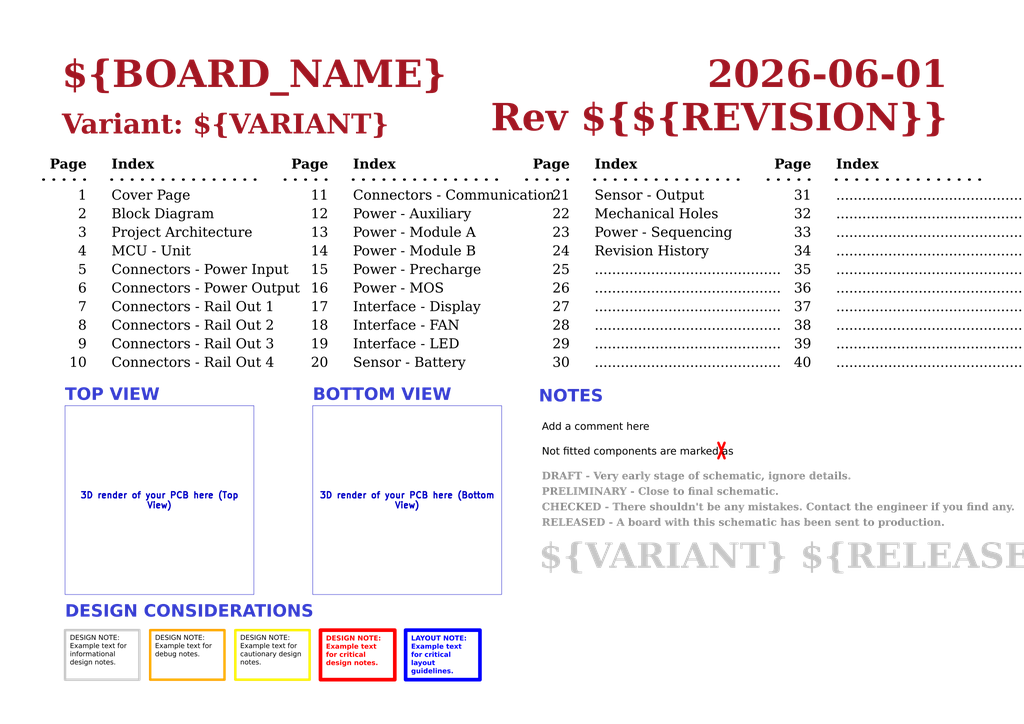
<source format=kicad_sch>
(kicad_sch
	(version 20231120)
	(generator "eeschema")
	(generator_version "8.0")
	(uuid "0650c7a8-acba-429c-9f8e-eec0baf0bc1c")
	(paper "A3")
	(title_block
		(title "Cover Page")
		(date "Last Modified Date")
		(rev "${REVISION}")
		(company "${COMPANY}")
	)
	(lib_symbols)
	(polyline
		(pts
			(xy 215.9 73.66) (xy 233.68 73.66)
		)
		(stroke
			(width 1)
			(type dot)
			(color 0 0 0 1)
		)
		(uuid "024689d9-b8ca-41ae-b55d-6ff207f6e101")
	)
	(polyline
		(pts
			(xy 297.18 181.61) (xy 294.64 187.96)
		)
		(stroke
			(width 1)
			(type default)
			(color 255 0 0 1)
		)
		(uuid "4ae2cac4-7676-4a8d-91c4-c6c6f4585019")
	)
	(polyline
		(pts
			(xy 45.72 73.66) (xy 106.68 73.66)
		)
		(stroke
			(width 1)
			(type dot)
			(color 0 0 0 1)
		)
		(uuid "594379bc-c052-4d2e-996b-8b5c1a0857fd")
	)
	(polyline
		(pts
			(xy 342.9 73.66) (xy 403.86 73.66)
		)
		(stroke
			(width 1)
			(type dot)
			(color 0 0 0 1)
		)
		(uuid "8ca04e4f-914f-46ae-b7bb-c241f34f0be3")
	)
	(polyline
		(pts
			(xy 243.84 73.66) (xy 304.8 73.66)
		)
		(stroke
			(width 1)
			(type dot)
			(color 0 0 0 1)
		)
		(uuid "90aedf20-3619-4eea-9142-e5201cfa9329")
	)
	(polyline
		(pts
			(xy 116.84 73.66) (xy 134.62 73.66)
		)
		(stroke
			(width 1)
			(type dot)
			(color 0 0 0 1)
		)
		(uuid "aa27a991-1dd0-4ddb-a292-69ddc074d2fe")
	)
	(polyline
		(pts
			(xy 17.78 73.66) (xy 35.56 73.66)
		)
		(stroke
			(width 1)
			(type dot)
			(color 0 0 0 1)
		)
		(uuid "aefa0f5d-e237-48a6-8d0d-7925958d23a4")
	)
	(polyline
		(pts
			(xy 294.64 181.61) (xy 297.18 187.96)
		)
		(stroke
			(width 1)
			(type default)
			(color 255 0 0 1)
		)
		(uuid "b16ef1e7-4b58-4125-810d-81e7071984f8")
	)
	(polyline
		(pts
			(xy 144.78 73.66) (xy 205.74 73.66)
		)
		(stroke
			(width 1)
			(type dot)
			(color 0 0 0 1)
		)
		(uuid "d03f8f3f-5543-483d-a054-040e77e06c0e")
	)
	(polyline
		(pts
			(xy 314.96 73.66) (xy 332.74 73.66)
		)
		(stroke
			(width 1)
			(type dot)
			(color 0 0 0 1)
		)
		(uuid "f1ab5a98-3d21-4c83-b2d8-cfe1793d64cb")
	)
	(text_box "3D render of your PCB here (Bottom View)"
		(exclude_from_sim no)
		(at 128.27 166.37 0)
		(size 77.47 77.47)
		(stroke
			(width 0)
			(type default)
		)
		(fill
			(type none)
		)
		(effects
			(font
				(size 2.54 2.54)
				(thickness 0.508)
				(bold yes)
			)
		)
		(uuid "0c38d11f-bb11-46db-a91c-ebc0b30e95f5")
	)
	(text_box "3D render of your PCB here (Top View)"
		(exclude_from_sim no)
		(at 26.67 166.37 0)
		(size 77.47 77.47)
		(stroke
			(width 0)
			(type default)
		)
		(fill
			(type none)
		)
		(effects
			(font
				(size 2.54 2.54)
				(thickness 0.508)
				(bold yes)
			)
		)
		(uuid "2d015f2a-bc39-4866-bbd9-40b03d497a26")
	)
	(text_box "Metadata can be set in File → Schematic Setup → Project → Text Variables"
		(exclude_from_sim no)
		(at 8.89 300.99 0)
		(size 119.38 6.35)
		(stroke
			(width -0.0001)
			(type default)
		)
		(fill
			(type none)
		)
		(effects
			(font
				(size 2.54 2.54)
				(thickness 0.381)
				(bold yes)
				(color 0 0 0 1)
			)
			(justify right top)
		)
		(uuid "4d4fc8f9-28d9-4b33-b78d-b00f0a2b33ca")
	)
	(text_box "DESIGN NOTE:\nExample text for informational design notes."
		(exclude_from_sim no)
		(at 26.67 258.445 0)
		(size 30.48 20.32)
		(stroke
			(width 1)
			(type solid)
			(color 200 200 200 1)
		)
		(fill
			(type none)
		)
		(effects
			(font
				(face "Arial")
				(size 2 2)
				(color 0 0 0 1)
			)
			(justify left top)
		)
		(uuid "60b6a08c-a542-468e-b79f-aa4a2aa0e9e7")
	)
	(text_box "LAYOUT NOTE:\nExample text for critical layout guidelines."
		(exclude_from_sim no)
		(at 166.37 258.445 0)
		(size 30.48 20.32)
		(stroke
			(width 1.5)
			(type solid)
			(color 0 0 255 1)
		)
		(fill
			(type none)
		)
		(effects
			(font
				(face "Arial")
				(size 2 2)
				(thickness 0.4)
				(bold yes)
				(color 0 0 255 1)
			)
			(justify left top)
		)
		(uuid "b2648603-9b19-4c01-9621-49d92c5b8a6e")
	)
	(text_box "DESIGN NOTE:\nExample text for cautionary design notes."
		(exclude_from_sim no)
		(at 96.52 258.445 0)
		(size 30.48 20.32)
		(stroke
			(width 1)
			(type solid)
			(color 250 236 0 1)
		)
		(fill
			(type none)
		)
		(effects
			(font
				(face "Arial")
				(size 2 2)
				(color 0 0 0 1)
			)
			(justify left top)
		)
		(uuid "c7ec7f64-f5b0-4d3e-9743-7d40c3e23ecf")
	)
	(text_box "DESIGN NOTE:\nExample text for debug notes."
		(exclude_from_sim no)
		(at 61.595 258.445 0)
		(size 30.48 20.32)
		(stroke
			(width 1)
			(type solid)
			(color 255 165 0 1)
		)
		(fill
			(type none)
		)
		(effects
			(font
				(face "Arial")
				(size 2 2)
				(color 0 0 0 1)
			)
			(justify left top)
		)
		(uuid "c8bf2561-6ede-45f0-9b2e-12af2dfee13b")
	)
	(text_box "DESIGN NOTE:\nExample text for critical design notes."
		(exclude_from_sim no)
		(at 131.445 258.445 0)
		(size 30.48 20.32)
		(stroke
			(width 1.5)
			(type solid)
			(color 255 0 0 1)
		)
		(fill
			(type none)
		)
		(effects
			(font
				(face "Arial")
				(size 2 2)
				(thickness 0.4)
				(bold yes)
				(color 255 0 0 1)
			)
			(justify left top)
		)
		(uuid "d03e1008-e371-461f-a9f2-320d8a2b7341")
	)
	(text "9"
		(exclude_from_sim no)
		(at 35.56 144.78 0)
		(effects
			(font
				(face "Times New Roman")
				(size 4 4)
				(color 0 0 0 1)
			)
			(justify right bottom)
			(href "#9")
		)
		(uuid "0171ecc8-df6f-418e-95ea-db73cf975716")
	)
	(text "BOTTOM VIEW"
		(exclude_from_sim no)
		(at 128.27 166.37 0)
		(effects
			(font
				(face "Arial")
				(size 5 5)
				(bold yes)
				(color 53 60 207 1)
			)
			(justify left bottom)
		)
		(uuid "041ff709-0f5e-466e-adab-d03afffd90b7")
	)
	(text "Power - Sequencing"
		(exclude_from_sim no)
		(at 243.84 99.06 0)
		(effects
			(font
				(face "Times New Roman")
				(size 4 4)
				(color 0 0 0 1)
			)
			(justify left bottom)
			(href "#23")
		)
		(uuid "0647f622-b644-4538-802a-42edf8cdccc5")
	)
	(text "13"
		(exclude_from_sim no)
		(at 134.62 99.06 0)
		(effects
			(font
				(face "Times New Roman")
				(size 4 4)
				(color 0 0 0 1)
			)
			(justify right bottom)
			(href "#13")
		)
		(uuid "09a9f005-609a-4854-9ba5-f5a5e7b8d7c7")
	)
	(text "RELEASED - A board with this schematic has been sent to production."
		(exclude_from_sim no)
		(at 222.25 217.17 0)
		(effects
			(font
				(face "Times New Roman")
				(size 3 3)
				(thickness 0.6)
				(bold yes)
				(color 140 140 140 1)
			)
			(justify left bottom)
		)
		(uuid "10cbc67f-d688-44d7-9e2b-bee41b99ad5c")
	)
	(text "Page"
		(exclude_from_sim no)
		(at 332.74 71.12 0)
		(effects
			(font
				(face "Times New Roman")
				(size 4 4)
				(bold yes)
				(color 0 0 0 1)
			)
			(justify right bottom)
		)
		(uuid "1b60c0cc-bf04-4615-8796-1ecc890b346a")
	)
	(text "TOP VIEW"
		(exclude_from_sim no)
		(at 26.67 166.37 0)
		(effects
			(font
				(face "Arial")
				(size 5 5)
				(bold yes)
				(color 53 60 207 1)
			)
			(justify left bottom)
		)
		(uuid "1c033b5c-f50d-4e0f-94c4-59e72fb244de")
	)
	(text "3"
		(exclude_from_sim no)
		(at 35.56 99.06 0)
		(effects
			(font
				(face "Times New Roman")
				(size 4 4)
				(color 0 0 0 1)
			)
			(justify right bottom)
			(href "#3")
		)
		(uuid "1dd16a1b-b3b8-42a1-b678-3a7b261e7284")
	)
	(text "38"
		(exclude_from_sim no)
		(at 332.74 137.16 0)
		(effects
			(font
				(face "Times New Roman")
				(size 4 4)
				(color 0 0 0 1)
			)
			(justify right bottom)
			(href "#38")
		)
		(uuid "2d20025d-61e4-451d-b51e-153fedc44d68")
	)
	(text "Connectors - Rail Out 4\n"
		(exclude_from_sim no)
		(at 45.72 152.4 0)
		(effects
			(font
				(face "Times New Roman")
				(size 4 4)
				(color 0 0 0 1)
			)
			(justify left bottom)
			(href "#10")
		)
		(uuid "2df49b6e-980f-4a01-ab23-c61ed27bd1b8")
	)
	(text "Connectors - Rail Out 3"
		(exclude_from_sim no)
		(at 45.72 144.78 0)
		(effects
			(font
				(face "Times New Roman")
				(size 4 4)
				(color 0 0 0 1)
			)
			(justify left bottom)
			(href "#9")
		)
		(uuid "319dfe95-cf7d-4b95-aa65-2f948d7bd6bc")
	)
	(text "Connectors - Rail Out 2\n"
		(exclude_from_sim no)
		(at 45.72 137.16 0)
		(effects
			(font
				(face "Times New Roman")
				(size 4 4)
				(color 0 0 0 1)
			)
			(justify left bottom)
			(href "#8")
		)
		(uuid "339f13bd-0896-43a1-925e-733e36e395bd")
	)
	(text "Power - MOS"
		(exclude_from_sim no)
		(at 144.78 121.92 0)
		(effects
			(font
				(face "Times New Roman")
				(size 4 4)
				(color 0 0 0 1)
			)
			(justify left bottom)
			(href "#16")
		)
		(uuid "34c28277-d6a5-4104-8740-b78485a8ff4c")
	)
	(text "1"
		(exclude_from_sim no)
		(at 35.56 83.82 0)
		(effects
			(font
				(face "Times New Roman")
				(size 4 4)
				(color 0 0 0 1)
			)
			(justify right bottom)
			(href "#1")
		)
		(uuid "3691ab49-6c05-4886-869a-12221f52fdee")
	)
	(text "Not fitted components are marked as"
		(exclude_from_sim no)
		(at 222.25 187.96 0)
		(effects
			(font
				(face "Arial")
				(size 3 3)
				(color 0 0 0 1)
			)
			(justify left bottom)
		)
		(uuid "3e121d9b-11e9-4895-9779-ade93d5b2a88")
	)
	(text "..........................................."
		(exclude_from_sim no)
		(at 243.84 152.4 0)
		(effects
			(font
				(face "Times New Roman")
				(size 4 4)
				(color 0 0 0 1)
			)
			(justify left bottom)
			(href "#30")
		)
		(uuid "41bb0f90-1135-4d50-9d44-9fb04444ecf6")
	)
	(text "Index"
		(exclude_from_sim no)
		(at 45.72 71.12 0)
		(effects
			(font
				(face "Times New Roman")
				(size 4 4)
				(bold yes)
				(color 0 0 0 1)
			)
			(justify left bottom)
		)
		(uuid "44841f0e-187c-41b9-a570-9f74973319c9")
	)
	(text "Power - Module A"
		(exclude_from_sim no)
		(at 144.78 99.06 0)
		(effects
			(font
				(face "Times New Roman")
				(size 4 4)
				(color 0 0 0 1)
			)
			(justify left bottom)
			(href "#13")
		)
		(uuid "461ef4aa-5f24-4935-a427-92bbc78a05f3")
	)
	(text "Index"
		(exclude_from_sim no)
		(at 144.78 71.12 0)
		(effects
			(font
				(face "Times New Roman")
				(size 4 4)
				(bold yes)
				(color 0 0 0 1)
			)
			(justify left bottom)
		)
		(uuid "4773b195-e777-483d-bd5a-5b18be14b485")
	)
	(text "27"
		(exclude_from_sim no)
		(at 233.68 129.54 0)
		(effects
			(font
				(face "Times New Roman")
				(size 4 4)
				(color 0 0 0 1)
			)
			(justify right bottom)
			(href "#27")
		)
		(uuid "47e5ef3a-a936-4417-8e04-a70df1a04676")
	)
	(text "15"
		(exclude_from_sim no)
		(at 134.62 114.3 0)
		(effects
			(font
				(face "Times New Roman")
				(size 4 4)
				(color 0 0 0 1)
			)
			(justify right bottom)
			(href "#15")
		)
		(uuid "48cae9b2-9935-4ee2-a962-685c04325434")
	)
	(text "6"
		(exclude_from_sim no)
		(at 35.56 121.92 0)
		(effects
			(font
				(face "Times New Roman")
				(size 4 4)
				(color 0 0 0 1)
			)
			(justify right bottom)
			(href "#6")
		)
		(uuid "4aa9b67c-c657-48d1-abb0-497faf20008a")
	)
	(text "PRELIMINARY - Close to final schematic."
		(exclude_from_sim no)
		(at 222.25 204.47 0)
		(effects
			(font
				(face "Times New Roman")
				(size 3 3)
				(thickness 0.6)
				(bold yes)
				(color 140 140 140 1)
			)
			(justify left bottom)
		)
		(uuid "4b75d6be-e2b4-4862-a5fd-f3239bff6734")
	)
	(text "24"
		(exclude_from_sim no)
		(at 233.68 106.68 0)
		(effects
			(font
				(face "Times New Roman")
				(size 4 4)
				(color 0 0 0 1)
			)
			(justify right bottom)
			(href "#24")
		)
		(uuid "4d10b8f7-ee9d-4539-987e-2871a213b2d6")
	)
	(text "${VARIANT} ${RELEASE_DATE}"
		(exclude_from_sim no)
		(at 220.98 237.49 0)
		(effects
			(font
				(face "Times New Roman")
				(size 10.16 10.16)
				(thickness 0.6)
				(bold yes)
				(color 200 200 200 1)
			)
			(justify left bottom)
		)
		(uuid "4f144e11-d681-45f3-b92d-dea6c28023e4")
	)
	(text "Page"
		(exclude_from_sim no)
		(at 35.56 71.12 0)
		(effects
			(font
				(face "Times New Roman")
				(size 4 4)
				(bold yes)
				(color 0 0 0 1)
			)
			(justify right bottom)
		)
		(uuid "5216de6a-28ab-4e49-a422-9fd32d8fed67")
	)
	(text "MCU - Unit"
		(exclude_from_sim no)
		(at 45.72 106.68 0)
		(effects
			(font
				(face "Times New Roman")
				(size 4 4)
				(color 0 0 0 1)
			)
			(justify left bottom)
			(href "#4")
		)
		(uuid "547bb3ec-bec4-4b68-a38e-2ac56be29bd3")
	)
	(text "..........................................."
		(exclude_from_sim no)
		(at 243.84 129.54 0)
		(effects
			(font
				(face "Times New Roman")
				(size 4 4)
				(color 0 0 0 1)
			)
			(justify left bottom)
			(href "#27")
		)
		(uuid "598c6218-39d7-40a8-878a-842531c6a754")
	)
	(text "8"
		(exclude_from_sim no)
		(at 35.56 137.16 0)
		(effects
			(font
				(face "Times New Roman")
				(size 4 4)
				(color 0 0 0 1)
			)
			(justify right bottom)
			(href "#8")
		)
		(uuid "5dd35c87-2aeb-4c16-ab79-fbda71c4347a")
	)
	(text "14"
		(exclude_from_sim no)
		(at 134.62 106.68 0)
		(effects
			(font
				(face "Times New Roman")
				(size 4 4)
				(color 0 0 0 1)
			)
			(justify right bottom)
			(href "#14")
		)
		(uuid "5e529423-56be-4ad0-9794-38b960fa0634")
	)
	(text "..........................................."
		(exclude_from_sim no)
		(at 342.9 137.16 0)
		(effects
			(font
				(face "Times New Roman")
				(size 4 4)
				(color 0 0 0 1)
			)
			(justify left bottom)
			(href "#38")
		)
		(uuid "5ec61f31-3c66-4623-97e5-d26d3b9bb1be")
	)
	(text "..........................................."
		(exclude_from_sim no)
		(at 342.9 152.4 0)
		(effects
			(font
				(face "Times New Roman")
				(size 4 4)
				(color 0 0 0 1)
			)
			(justify left bottom)
			(href "#40")
		)
		(uuid "65f25bf1-cc7d-4807-9afa-0a0ac612f9b3")
	)
	(text "23"
		(exclude_from_sim no)
		(at 233.68 99.06 0)
		(effects
			(font
				(face "Times New Roman")
				(size 4 4)
				(color 0 0 0 1)
			)
			(justify right bottom)
			(href "#23")
		)
		(uuid "68aaa364-f788-45fb-b731-7b1eda7a6c6c")
	)
	(text "Index"
		(exclude_from_sim no)
		(at 243.84 71.12 0)
		(effects
			(font
				(face "Times New Roman")
				(size 4 4)
				(bold yes)
				(color 0 0 0 1)
			)
			(justify left bottom)
		)
		(uuid "6eee427d-5608-4f64-99d8-6d8e4391a6b0")
	)
	(text "..........................................."
		(exclude_from_sim no)
		(at 342.9 91.44 0)
		(effects
			(font
				(face "Times New Roman")
				(size 4 4)
				(color 0 0 0 1)
			)
			(justify left bottom)
			(href "#32")
		)
		(uuid "71058a62-023a-4e0a-b0c4-c0fb8bf95cc8")
	)
	(text "5"
		(exclude_from_sim no)
		(at 35.56 114.3 0)
		(effects
			(font
				(face "Times New Roman")
				(size 4 4)
				(color 0 0 0 1)
			)
			(justify right bottom)
			(href "#5")
		)
		(uuid "718e4830-a352-43f0-b9c5-1495032b5970")
	)
	(text "${CURRENT_DATE}"
		(exclude_from_sim no)
		(at 388.62 40.64 0)
		(effects
			(font
				(face "Times New Roman")
				(size 11 11)
				(thickness 1)
				(bold yes)
				(color 162 22 34 1)
			)
			(justify right bottom)
		)
		(uuid "752b8016-2b6c-433a-9e5a-755eac1f800d")
	)
	(text "26"
		(exclude_from_sim no)
		(at 233.68 121.92 0)
		(effects
			(font
				(face "Times New Roman")
				(size 4 4)
				(color 0 0 0 1)
			)
			(justify right bottom)
			(href "#26")
		)
		(uuid "78da4ba2-8c96-4e51-9a03-b14367dceea0")
	)
	(text "16"
		(exclude_from_sim no)
		(at 134.62 121.92 0)
		(effects
			(font
				(face "Times New Roman")
				(size 4 4)
				(color 0 0 0 1)
			)
			(justify right bottom)
			(href "#16")
		)
		(uuid "7a577aea-9c53-4431-8f38-6cd521e907d0")
	)
	(text "10"
		(exclude_from_sim no)
		(at 35.56 152.4 0)
		(effects
			(font
				(face "Times New Roman")
				(size 4 4)
				(color 0 0 0 1)
			)
			(justify right bottom)
			(href "#10")
		)
		(uuid "7caa34f0-df91-4ed4-bb8e-ff81315f8c93")
	)
	(text "35"
		(exclude_from_sim no)
		(at 332.74 114.3 0)
		(effects
			(font
				(face "Times New Roman")
				(size 4 4)
				(color 0 0 0 1)
			)
			(justify right bottom)
			(href "#35")
		)
		(uuid "7d4a16f6-fc91-424a-bffd-707dc25afa40")
	)
	(text "18"
		(exclude_from_sim no)
		(at 134.62 137.16 0)
		(effects
			(font
				(face "Times New Roman")
				(size 4 4)
				(color 0 0 0 1)
			)
			(justify right bottom)
			(href "#18")
		)
		(uuid "7d4de17d-b484-45d2-95af-1050fc297950")
	)
	(text "33"
		(exclude_from_sim no)
		(at 332.74 99.06 0)
		(effects
			(font
				(face "Times New Roman")
				(size 4 4)
				(color 0 0 0 1)
			)
			(justify right bottom)
			(href "#33")
		)
		(uuid "7fd97343-03c5-4f22-a59e-bc2d9fd9af23")
	)
	(text "Variant: ${VARIANT}"
		(exclude_from_sim no)
		(at 25.4 58.42 0)
		(effects
			(font
				(face "Times New Roman")
				(size 8 8)
				(thickness 1)
				(bold yes)
				(color 162 22 34 1)
			)
			(justify left bottom)
		)
		(uuid "832c6231-94ea-4718-8f70-96006b71efdf")
	)
	(text "4"
		(exclude_from_sim no)
		(at 35.56 106.68 0)
		(effects
			(font
				(face "Times New Roman")
				(size 4 4)
				(color 0 0 0 1)
			)
			(justify right bottom)
			(href "#4")
		)
		(uuid "8d802a1e-8c90-4592-9cec-00ce1173b8bd")
	)
	(text "11"
		(exclude_from_sim no)
		(at 134.62 83.82 0)
		(effects
			(font
				(face "Times New Roman")
				(size 4 4)
				(color 0 0 0 1)
			)
			(justify right bottom)
			(href "#11")
		)
		(uuid "8d827c06-285c-46bc-8024-d46f4098d9e5")
	)
	(text "Rev ${REVISION}"
		(exclude_from_sim no)
		(at 388.62 58.42 0)
		(effects
			(font
				(face "Times New Roman")
				(size 11 11)
				(thickness 1)
				(bold yes)
				(color 162 22 34 1)
			)
			(justify right bottom)
		)
		(uuid "9008c96f-82fa-4b3f-88a3-9ae35f59090b")
	)
	(text "Revision History"
		(exclude_from_sim no)
		(at 243.84 106.68 0)
		(effects
			(font
				(face "Times New Roman")
				(size 4 4)
				(color 0 0 0 1)
			)
			(justify left bottom)
			(href "#24")
		)
		(uuid "91ef4a1a-faaf-4d16-b090-6e6451092c3a")
	)
	(text "28"
		(exclude_from_sim no)
		(at 233.68 137.16 0)
		(effects
			(font
				(face "Times New Roman")
				(size 4 4)
				(color 0 0 0 1)
			)
			(justify right bottom)
			(href "#28")
		)
		(uuid "9310b062-10e2-49af-a22c-1c9854a7f3f0")
	)
	(text "..........................................."
		(exclude_from_sim no)
		(at 243.84 144.78 0)
		(effects
			(font
				(face "Times New Roman")
				(size 4 4)
				(color 0 0 0 1)
			)
			(justify left bottom)
			(href "#29")
		)
		(uuid "93713c73-3aba-4b0b-9f3c-b37ab3721f94")
	)
	(text "Mechanical Holes"
		(exclude_from_sim no)
		(at 243.84 91.44 0)
		(effects
			(font
				(face "Times New Roman")
				(size 4 4)
				(color 0 0 0 1)
			)
			(justify left bottom)
			(href "#22")
		)
		(uuid "93b242cb-0b6a-48cc-a920-659ba5a2d4b9")
	)
	(text "..........................................."
		(exclude_from_sim no)
		(at 342.9 144.78 0)
		(effects
			(font
				(face "Times New Roman")
				(size 4 4)
				(color 0 0 0 1)
			)
			(justify left bottom)
			(href "#39")
		)
		(uuid "9413d17b-fd74-4a56-8014-ec2904184d8a")
	)
	(text "Connectors - Power Input"
		(exclude_from_sim no)
		(at 45.72 114.3 0)
		(effects
			(font
				(face "Times New Roman")
				(size 4 4)
				(color 0 0 0 1)
			)
			(justify left bottom)
			(href "#5")
		)
		(uuid "9413d28a-c2b4-4d73-ae2d-68b4717d1b67")
	)
	(text "Page"
		(exclude_from_sim no)
		(at 233.68 71.12 0)
		(effects
			(font
				(face "Times New Roman")
				(size 4 4)
				(bold yes)
				(color 0 0 0 1)
			)
			(justify right bottom)
		)
		(uuid "959ea2a5-595d-4c64-a44e-f0c1c6497852")
	)
	(text "Interface - LED"
		(exclude_from_sim no)
		(at 144.78 144.78 0)
		(effects
			(font
				(face "Times New Roman")
				(size 4 4)
				(color 0 0 0 1)
			)
			(justify left bottom)
			(href "#19")
		)
		(uuid "9d747571-2a3a-41dd-b7ab-0c07afaa5df1")
	)
	(text "Connectors - Communication"
		(exclude_from_sim no)
		(at 144.78 83.82 0)
		(effects
			(font
				(face "Times New Roman")
				(size 4 4)
				(color 0 0 0 1)
			)
			(justify left bottom)
			(href "#11")
		)
		(uuid "9e3e9ac8-468f-4f09-9650-682992859fd0")
	)
	(text "Interface - Display"
		(exclude_from_sim no)
		(at 144.78 129.54 0)
		(effects
			(font
				(face "Times New Roman")
				(size 4 4)
				(color 0 0 0 1)
			)
			(justify left bottom)
			(href "#17")
		)
		(uuid "a2bb1bed-8e4e-4038-8b4e-99f9457f4c30")
	)
	(text "31"
		(exclude_from_sim no)
		(at 332.74 83.82 0)
		(effects
			(font
				(face "Times New Roman")
				(size 4 4)
				(color 0 0 0 1)
			)
			(justify right bottom)
			(href "#31")
		)
		(uuid "a8eb70a2-f43e-480c-afdf-7e91507527a7")
	)
	(text "36"
		(exclude_from_sim no)
		(at 332.74 121.92 0)
		(effects
			(font
				(face "Times New Roman")
				(size 4 4)
				(color 0 0 0 1)
			)
			(justify right bottom)
			(href "#36")
		)
		(uuid "a95a57c3-0ec4-4b96-8edf-d46ee18a4a8e")
	)
	(text "..........................................."
		(exclude_from_sim no)
		(at 243.84 137.16 0)
		(effects
			(font
				(face "Times New Roman")
				(size 4 4)
				(color 0 0 0 1)
			)
			(justify left bottom)
			(href "#28")
		)
		(uuid "ad40278e-f3e6-4c25-8fa4-1f4e3918f822")
	)
	(text "22"
		(exclude_from_sim no)
		(at 233.68 91.44 0)
		(effects
			(font
				(face "Times New Roman")
				(size 4 4)
				(color 0 0 0 1)
			)
			(justify right bottom)
			(href "#22")
		)
		(uuid "ada746a9-1ac8-4ba5-b1f0-e040d6c0fa14")
	)
	(text "Power - Precharge"
		(exclude_from_sim no)
		(at 144.78 114.3 0)
		(effects
			(font
				(face "Times New Roman")
				(size 4 4)
				(color 0 0 0 1)
			)
			(justify left bottom)
			(href "#15")
		)
		(uuid "ae6c0242-f9a8-4717-86dd-2d27e5dc9018")
	)
	(text "..........................................."
		(exclude_from_sim no)
		(at 342.9 83.82 0)
		(effects
			(font
				(face "Times New Roman")
				(size 4 4)
				(color 0 0 0 1)
			)
			(justify left bottom)
			(href "#31")
		)
		(uuid "b39085c9-1ebe-4dab-a6c1-54ab08707fbf")
	)
	(text "25"
		(exclude_from_sim no)
		(at 233.68 114.3 0)
		(effects
			(font
				(face "Times New Roman")
				(size 4 4)
				(color 0 0 0 1)
			)
			(justify right bottom)
			(href "#25")
		)
		(uuid "b3f10ccd-dd30-4e1a-9a39-191e590211cc")
	)
	(text "${BOARD_NAME}"
		(exclude_from_sim no)
		(at 25.4 40.64 0)
		(effects
			(font
				(face "Times New Roman")
				(size 11 11)
				(thickness 1)
				(bold yes)
				(color 162 22 34 1)
			)
			(justify left bottom)
		)
		(uuid "b5491481-138f-4748-8f60-dc51e3284b98")
	)
	(text "..........................................."
		(exclude_from_sim no)
		(at 243.84 121.92 0)
		(effects
			(font
				(face "Times New Roman")
				(size 4 4)
				(color 0 0 0 1)
			)
			(justify left bottom)
			(href "#26")
		)
		(uuid "b55022f1-bde3-45d1-ab63-474a18aef763")
	)
	(text "..........................................."
		(exclude_from_sim no)
		(at 342.9 106.68 0)
		(effects
			(font
				(face "Times New Roman")
				(size 4 4)
				(color 0 0 0 1)
			)
			(justify left bottom)
			(href "#34")
		)
		(uuid "b5c8bc07-6a7e-4ec3-955b-9e6a13622c4e")
	)
	(text "37"
		(exclude_from_sim no)
		(at 332.74 129.54 0)
		(effects
			(font
				(face "Times New Roman")
				(size 4 4)
				(color 0 0 0 1)
			)
			(justify right bottom)
			(href "#37")
		)
		(uuid "baff535e-40df-4979-8ad1-9d6e8282e1a0")
	)
	(text "Page"
		(exclude_from_sim no)
		(at 134.62 71.12 0)
		(effects
			(font
				(face "Times New Roman")
				(size 4 4)
				(bold yes)
				(color 0 0 0 1)
			)
			(justify right bottom)
		)
		(uuid "beb5ee3d-ad62-4c0c-ab18-390f8e3c78c4")
	)
	(text "DRAFT - Very early stage of schematic, ignore details."
		(exclude_from_sim no)
		(at 222.25 198.12 0)
		(effects
			(font
				(face "Times New Roman")
				(size 3 3)
				(thickness 0.6)
				(bold yes)
				(color 140 140 140 1)
			)
			(justify left bottom)
		)
		(uuid "c1828499-d221-4dc2-9c7b-c9d850654d5e")
	)
	(text "Power - Module B"
		(exclude_from_sim no)
		(at 144.78 106.68 0)
		(effects
			(font
				(face "Times New Roman")
				(size 4 4)
				(color 0 0 0 1)
			)
			(justify left bottom)
			(href "#14")
		)
		(uuid "c492727f-a5a2-4efb-9f13-b55fb4c5125a")
	)
	(text "Index"
		(exclude_from_sim no)
		(at 342.9 71.12 0)
		(effects
			(font
				(face "Times New Roman")
				(size 4 4)
				(bold yes)
				(color 0 0 0 1)
			)
			(justify left bottom)
		)
		(uuid "c52bc9e5-2c42-41e6-ae08-fabef868928a")
	)
	(text "Connectors - Power Output"
		(exclude_from_sim no)
		(at 45.72 121.92 0)
		(effects
			(font
				(face "Times New Roman")
				(size 4 4)
				(color 0 0 0 1)
			)
			(justify left bottom)
			(href "#6")
		)
		(uuid "c787ff5d-5d58-4a12-8967-dc99673505b9")
	)
	(text "..........................................."
		(exclude_from_sim no)
		(at 342.9 121.92 0)
		(effects
			(font
				(face "Times New Roman")
				(size 4 4)
				(color 0 0 0 1)
			)
			(justify left bottom)
			(href "#36")
		)
		(uuid "c8a13f8e-6347-4971-97e9-3bbacc8fb0b5")
	)
	(text "..........................................."
		(exclude_from_sim no)
		(at 342.9 114.3 0)
		(effects
			(font
				(face "Times New Roman")
				(size 4 4)
				(color 0 0 0 1)
			)
			(justify left bottom)
			(href "#35")
		)
		(uuid "c932f64b-e011-46ca-8efc-bb2f186e8b13")
	)
	(text "Block Diagram"
		(exclude_from_sim no)
		(at 45.72 91.44 0)
		(effects
			(font
				(face "Times New Roman")
				(size 4 4)
				(color 0 0 0 1)
			)
			(justify left bottom)
			(href "#2")
		)
		(uuid "caeb7f52-f34e-4432-b129-9207069a1ad5")
	)
	(text "19"
		(exclude_from_sim no)
		(at 134.62 144.78 0)
		(effects
			(font
				(face "Times New Roman")
				(size 4 4)
				(color 0 0 0 1)
			)
			(justify right bottom)
			(href "#19")
		)
		(uuid "cbf7eaea-8009-4ccd-9079-9d687b9a3603")
	)
	(text "30"
		(exclude_from_sim no)
		(at 233.68 152.4 0)
		(effects
			(font
				(face "Times New Roman")
				(size 4 4)
				(color 0 0 0 1)
			)
			(justify right bottom)
			(href "#30")
		)
		(uuid "cea38a57-40f7-465f-b054-ff626e3218d0")
	)
	(text "7"
		(exclude_from_sim no)
		(at 35.56 129.54 0)
		(effects
			(font
				(face "Times New Roman")
				(size 4 4)
				(color 0 0 0 1)
			)
			(justify right bottom)
			(href "#7")
		)
		(uuid "cf9779c0-4a62-4a6f-9127-07f6919e9e8d")
	)
	(text "..........................................."
		(exclude_from_sim no)
		(at 243.84 114.3 0)
		(effects
			(font
				(face "Times New Roman")
				(size 4 4)
				(color 0 0 0 1)
			)
			(justify left bottom)
			(href "#25")
		)
		(uuid "d06fb69a-43a5-466c-8174-3edde239a7c0")
	)
	(text "12"
		(exclude_from_sim no)
		(at 134.62 91.44 0)
		(effects
			(font
				(face "Times New Roman")
				(size 4 4)
				(color 0 0 0 1)
			)
			(justify right bottom)
			(href "#12")
		)
		(uuid "d450aa41-7115-44ab-9cc7-2fa118545b00")
	)
	(text "21"
		(exclude_from_sim no)
		(at 233.68 83.82 0)
		(effects
			(font
				(face "Times New Roman")
				(size 4 4)
				(color 0 0 0 1)
			)
			(justify right bottom)
			(href "#21")
		)
		(uuid "d7ac5948-93ba-4038-95c3-cb73c27df74a")
	)
	(text "Add a comment here"
		(exclude_from_sim no)
		(at 222.25 177.8 0)
		(effects
			(font
				(face "Arial")
				(size 3 3)
				(color 0 0 0 1)
			)
			(justify left bottom)
		)
		(uuid "d8d8425a-4141-4ddb-8e75-262db2d23ce8")
	)
	(text "2"
		(exclude_from_sim no)
		(at 35.56 91.44 0)
		(effects
			(font
				(face "Times New Roman")
				(size 4 4)
				(color 0 0 0 1)
			)
			(justify right bottom)
			(href "#2")
		)
		(uuid "dca5e168-6a76-4eb2-b335-e6c030ded824")
	)
	(text "39"
		(exclude_from_sim no)
		(at 332.74 144.78 0)
		(effects
			(font
				(face "Times New Roman")
				(size 4 4)
				(color 0 0 0 1)
			)
			(justify right bottom)
			(href "#39")
		)
		(uuid "e216870b-45fe-49b3-8e55-d9668eb9df44")
	)
	(text "Interface - FAN"
		(exclude_from_sim no)
		(at 144.78 137.16 0)
		(effects
			(font
				(face "Times New Roman")
				(size 4 4)
				(color 0 0 0 1)
			)
			(justify left bottom)
			(href "#18")
		)
		(uuid "e518f3ad-92c7-4755-8883-22916bfc7d1f")
	)
	(text "..........................................."
		(exclude_from_sim no)
		(at 342.9 99.06 0)
		(effects
			(font
				(face "Times New Roman")
				(size 4 4)
				(color 0 0 0 1)
			)
			(justify left bottom)
			(href "#33")
		)
		(uuid "e5564811-ffd2-4bd9-9644-ff1dc80ebf87")
	)
	(text "Sensor - Battery\n"
		(exclude_from_sim no)
		(at 144.78 152.4 0)
		(effects
			(font
				(face "Times New Roman")
				(size 4 4)
				(color 0 0 0 1)
			)
			(justify left bottom)
			(href "#20")
		)
		(uuid "e58de9a8-7551-4002-91cc-eb758bb6876c")
	)
	(text "34"
		(exclude_from_sim no)
		(at 332.74 106.68 0)
		(effects
			(font
				(face "Times New Roman")
				(size 4 4)
				(color 0 0 0 1)
			)
			(justify right bottom)
			(href "#34")
		)
		(uuid "e60ef77b-a7db-4a46-901f-5793e4acc58b")
	)
	(text "29"
		(exclude_from_sim no)
		(at 233.68 144.78 0)
		(effects
			(font
				(face "Times New Roman")
				(size 4 4)
				(color 0 0 0 1)
			)
			(justify right bottom)
			(href "#29")
		)
		(uuid "e83f0c3e-ac1d-4432-a8de-ba5a2be8aa4a")
	)
	(text "Cover Page"
		(exclude_from_sim no)
		(at 45.72 83.82 0)
		(effects
			(font
				(face "Times New Roman")
				(size 4 4)
				(color 0 0 0 1)
			)
			(justify left bottom)
			(href "#1")
		)
		(uuid "e9964413-67ff-4f53-b58c-608277db6779")
	)
	(text "NOTES"
		(exclude_from_sim no)
		(at 220.98 167.005 0)
		(effects
			(font
				(face "Arial")
				(size 5 5)
				(bold yes)
				(color 53 60 207 1)
			)
			(justify left bottom)
		)
		(uuid "ecd14d51-7267-460d-9460-6bae137b0c37")
	)
	(text "Power - Auxiliary"
		(exclude_from_sim no)
		(at 144.78 91.44 0)
		(effects
			(font
				(face "Times New Roman")
				(size 4 4)
				(color 0 0 0 1)
			)
			(justify left bottom)
			(href "#12")
		)
		(uuid "ecd5e3bc-c1c8-4595-a242-64b07df33fd4")
	)
	(text "Project Architecture"
		(exclude_from_sim no)
		(at 45.72 99.06 0)
		(effects
			(font
				(face "Times New Roman")
				(size 4 4)
				(color 0 0 0 1)
			)
			(justify left bottom)
			(href "#3")
		)
		(uuid "ed9f4e44-7881-47b3-83af-17eb3de0e161")
	)
	(text "CHECKED - There shouldn't be any mistakes. Contact the engineer if you find any."
		(exclude_from_sim no)
		(at 222.25 210.82 0)
		(effects
			(font
				(face "Times New Roman")
				(size 3 3)
				(thickness 0.6)
				(bold yes)
				(color 140 140 140 1)
			)
			(justify left bottom)
		)
		(uuid "ee4bfbd2-ceac-40c9-847b-b15b18b07c08")
	)
	(text "Sensor - Output"
		(exclude_from_sim no)
		(at 243.84 83.82 0)
		(effects
			(font
				(face "Times New Roman")
				(size 4 4)
				(color 0 0 0 1)
			)
			(justify left bottom)
			(href "#21")
		)
		(uuid "f14c049f-0636-49aa-a70f-0262bf1a57bc")
	)
	(text "20"
		(exclude_from_sim no)
		(at 134.62 152.4 0)
		(effects
			(font
				(face "Times New Roman")
				(size 4 4)
				(color 0 0 0 1)
			)
			(justify right bottom)
			(href "#20")
		)
		(uuid "f17fa600-4ea0-4482-a965-d781b27fd052")
	)
	(text "32"
		(exclude_from_sim no)
		(at 332.74 91.44 0)
		(effects
			(font
				(face "Times New Roman")
				(size 4 4)
				(color 0 0 0 1)
			)
			(justify right bottom)
			(href "#32")
		)
		(uuid "f7f416e4-86a9-4d8f-ac0d-80443c165632")
	)
	(text "..........................................."
		(exclude_from_sim no)
		(at 342.9 129.54 0)
		(effects
			(font
				(face "Times New Roman")
				(size 4 4)
				(color 0 0 0 1)
			)
			(justify left bottom)
			(href "#37")
		)
		(uuid "f8fd86d8-ca92-4fd2-9536-487e6832d844")
	)
	(text "DESIGN CONSIDERATIONS"
		(exclude_from_sim no)
		(at 26.67 255.27 0)
		(effects
			(font
				(face "Arial")
				(size 5 5)
				(bold yes)
				(color 53 60 207 1)
			)
			(justify left bottom)
		)
		(uuid "fb09f930-25b6-4039-89ae-42d9d443b49d")
	)
	(text "40"
		(exclude_from_sim no)
		(at 332.74 152.4 0)
		(effects
			(font
				(face "Times New Roman")
				(size 4 4)
				(color 0 0 0 1)
			)
			(justify right bottom)
			(href "#40")
		)
		(uuid "fe1f4464-8466-41a3-95c1-bacdc38614fb")
	)
	(text "Connectors - Rail Out 1"
		(exclude_from_sim no)
		(at 45.72 129.54 0)
		(effects
			(font
				(face "Times New Roman")
				(size 4 4)
				(color 0 0 0 1)
			)
			(justify left bottom)
			(href "#7")
		)
		(uuid "ff95cd70-408a-4656-b808-dabd546affbd")
	)
	(text "17"
		(exclude_from_sim no)
		(at 134.62 129.54 0)
		(effects
			(font
				(face "Times New Roman")
				(size 4 4)
				(color 0 0 0 1)
			)
			(justify right bottom)
			(href "#17")
		)
		(uuid "ffcd9e5c-5c93-423a-9ccc-e0af67821852")
	)
	(sheet
		(at 340.36 313.69)
		(size 35.56 5.08)
		(stroke
			(width 0.1524)
			(type solid)
		)
		(fill
			(color 0 0 0 0.0000)
		)
		(uuid "13eb0b07-00a1-4d61-8da3-582545eb29a8")
		(property "Sheetname" "Power - Sequencing"
			(at 340.36 312.6609 0)
			(effects
				(font
					(face "Times New Roman")
					(size 1.905 1.905)
					(bold yes)
					(color 0 0 0 1)
				)
				(justify left bottom)
			)
		)
		(property "Sheetfile" "Power - Sequencing.kicad_sch"
			(at 341.63 314.96 0)
			(effects
				(font
					(face "Arial")
					(size 1.27 1.27)
				)
				(justify left top)
			)
		)
		(instances
			(project "smps_legged_robot"
				(path "/0650c7a8-acba-429c-9f8e-eec0baf0bc1c"
					(page "23")
				)
			)
		)
	)
	(sheet
		(at 299.72 302.26)
		(size 35.56 5.08)
		(stroke
			(width 0.1524)
			(type solid)
		)
		(fill
			(color 0 0 0 0.0000)
		)
		(uuid "de68a101-7eef-4ba8-abb4-14d03adb087f")
		(property "Sheetname" "Block Diagram"
			(at 299.72 301.2309 0)
			(effects
				(font
					(face "Times New Roman")
					(size 1.905 1.905)
					(bold yes)
					(color 0 0 0 1)
				)
				(justify left bottom)
			)
		)
		(property "Sheetfile" "Block Diagram.kicad_sch"
			(at 300.99 303.53 0)
			(effects
				(font
					(face "Arial")
					(size 1.27 1.27)
				)
				(justify left top)
			)
		)
		(instances
			(project "smps_legged_robot"
				(path "/0650c7a8-acba-429c-9f8e-eec0baf0bc1c"
					(page "2")
				)
			)
		)
	)
	(sheet
		(at 340.36 302.26)
		(size 35.56 5.08)
		(stroke
			(width 0)
			(type solid)
		)
		(fill
			(color 0 0 0 0.0000)
		)
		(uuid "e7c91631-be85-488a-af7a-f2a810f3fbfe")
		(property "Sheetname" "Revision History"
			(at 340.36 300.99 0)
			(effects
				(font
					(face "Times New Roman")
					(size 1.905 1.905)
					(bold yes)
					(color 0 0 0 1)
				)
				(justify left bottom)
			)
		)
		(property "Sheetfile" "Revision History.kicad_sch"
			(at 340.995 303.53 0)
			(effects
				(font
					(face "Arial")
					(size 1.27 1.27)
				)
				(justify left top)
			)
		)
		(instances
			(project "smps_legged_robot"
				(path "/0650c7a8-acba-429c-9f8e-eec0baf0bc1c"
					(page "24")
				)
			)
		)
	)
	(sheet
		(at 299.72 313.69)
		(size 35.56 5.08)
		(stroke
			(width 0.1524)
			(type solid)
		)
		(fill
			(color 0 0 0 0.0000)
		)
		(uuid "fede4c36-00cc-4d3d-b71c-5243ba232202")
		(property "Sheetname" "Project Architecture"
			(at 299.72 312.6609 0)
			(effects
				(font
					(face "Times New Roman")
					(size 1.905 1.905)
					(bold yes)
					(color 0 0 0 1)
				)
				(justify left bottom)
			)
		)
		(property "Sheetfile" "Project Architecture.kicad_sch"
			(at 300.99 314.96 0)
			(effects
				(font
					(face "Arial")
					(size 1.27 1.27)
				)
				(justify left top)
			)
		)
		(instances
			(project "smps_legged_robot"
				(path "/0650c7a8-acba-429c-9f8e-eec0baf0bc1c"
					(page "3")
				)
			)
		)
	)
	(sheet_instances
		(path "/"
			(page "1")
		)
	)
)

</source>
